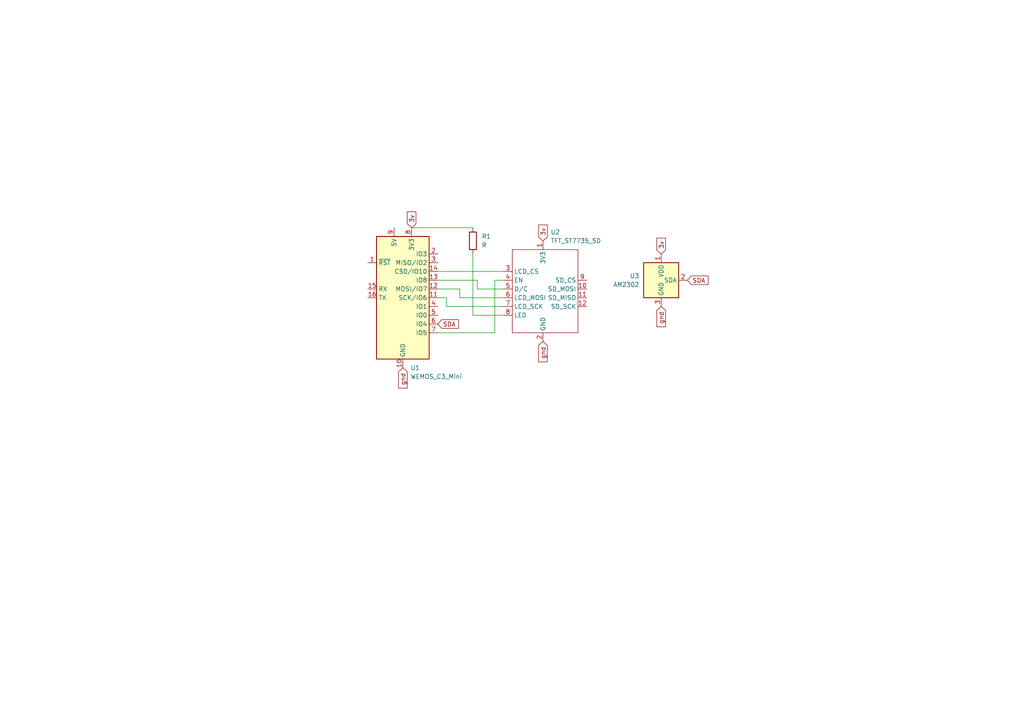
<source format=kicad_sch>
(kicad_sch
	(version 20241209)
	(generator "eeschema")
	(generator_version "9.0")
	(uuid "b0a64d6e-2ad8-43f9-be0b-50feaff4839b")
	(paper "A4")
	(lib_symbols
		(symbol "Device:R"
			(pin_numbers
				(hide yes)
			)
			(pin_names
				(offset 0)
			)
			(exclude_from_sim no)
			(in_bom yes)
			(on_board yes)
			(property "Reference" "R"
				(at 2.032 0 90)
				(effects
					(font
						(size 1.27 1.27)
					)
				)
			)
			(property "Value" "R"
				(at 0 0 90)
				(effects
					(font
						(size 1.27 1.27)
					)
				)
			)
			(property "Footprint" ""
				(at -1.778 0 90)
				(effects
					(font
						(size 1.27 1.27)
					)
					(hide yes)
				)
			)
			(property "Datasheet" "~"
				(at 0 0 0)
				(effects
					(font
						(size 1.27 1.27)
					)
					(hide yes)
				)
			)
			(property "Description" "Resistor"
				(at 0 0 0)
				(effects
					(font
						(size 1.27 1.27)
					)
					(hide yes)
				)
			)
			(property "ki_keywords" "R res resistor"
				(at 0 0 0)
				(effects
					(font
						(size 1.27 1.27)
					)
					(hide yes)
				)
			)
			(property "ki_fp_filters" "R_*"
				(at 0 0 0)
				(effects
					(font
						(size 1.27 1.27)
					)
					(hide yes)
				)
			)
			(symbol "R_0_1"
				(rectangle
					(start -1.016 -2.54)
					(end 1.016 2.54)
					(stroke
						(width 0.254)
						(type default)
					)
					(fill
						(type none)
					)
				)
			)
			(symbol "R_1_1"
				(pin passive line
					(at 0 3.81 270)
					(length 1.27)
					(name "~"
						(effects
							(font
								(size 1.27 1.27)
							)
						)
					)
					(number "1"
						(effects
							(font
								(size 1.27 1.27)
							)
						)
					)
				)
				(pin passive line
					(at 0 -3.81 90)
					(length 1.27)
					(name "~"
						(effects
							(font
								(size 1.27 1.27)
							)
						)
					)
					(number "2"
						(effects
							(font
								(size 1.27 1.27)
							)
						)
					)
				)
			)
			(embedded_fonts no)
		)
		(symbol "Sensor:AM2302"
			(exclude_from_sim no)
			(in_bom yes)
			(on_board yes)
			(property "Reference" "U"
				(at -3.81 6.35 0)
				(effects
					(font
						(size 1.27 1.27)
					)
				)
			)
			(property "Value" "AM2302"
				(at 3.81 6.35 0)
				(effects
					(font
						(size 1.27 1.27)
					)
				)
			)
			(property "Footprint" "Sensor:ASAIR_AM2302_P2.54mm_Vertical"
				(at 0 -10.16 0)
				(effects
					(font
						(size 1.27 1.27)
					)
					(hide yes)
				)
			)
			(property "Datasheet" "http://akizukidenshi.com/download/ds/aosong/AM2302.pdf"
				(at 3.81 6.35 0)
				(effects
					(font
						(size 1.27 1.27)
					)
					(hide yes)
				)
			)
			(property "Description" "3.3 to 5.0V, Temperature and humidity module,  DHT22, AM2302"
				(at 0 0 0)
				(effects
					(font
						(size 1.27 1.27)
					)
					(hide yes)
				)
			)
			(property "ki_keywords" "digital sensor"
				(at 0 0 0)
				(effects
					(font
						(size 1.27 1.27)
					)
					(hide yes)
				)
			)
			(property "ki_fp_filters" "ASAIR*AM2302*P2.54mm*"
				(at 0 0 0)
				(effects
					(font
						(size 1.27 1.27)
					)
					(hide yes)
				)
			)
			(symbol "AM2302_0_1"
				(rectangle
					(start -5.08 5.08)
					(end 5.08 -5.08)
					(stroke
						(width 0.254)
						(type default)
					)
					(fill
						(type background)
					)
				)
			)
			(symbol "AM2302_1_1"
				(pin power_in line
					(at 0 7.62 270)
					(length 2.54)
					(name "VDD"
						(effects
							(font
								(size 1.27 1.27)
							)
						)
					)
					(number "1"
						(effects
							(font
								(size 1.27 1.27)
							)
						)
					)
				)
				(pin power_in line
					(at 0 -7.62 90)
					(length 2.54)
					(name "GND"
						(effects
							(font
								(size 1.27 1.27)
							)
						)
					)
					(number "3"
						(effects
							(font
								(size 1.27 1.27)
							)
						)
					)
				)
				(pin passive line
					(at 0 -7.62 90)
					(length 2.54)
					(hide yes)
					(name "GND"
						(effects
							(font
								(size 1.27 1.27)
							)
						)
					)
					(number "4"
						(effects
							(font
								(size 1.27 1.27)
							)
						)
					)
				)
				(pin bidirectional line
					(at 7.62 0 180)
					(length 2.54)
					(name "SDA"
						(effects
							(font
								(size 1.27 1.27)
							)
						)
					)
					(number "2"
						(effects
							(font
								(size 1.27 1.27)
							)
						)
					)
				)
			)
			(embedded_fonts no)
		)
		(symbol "asylum-weather:TFT_ST7735_SD"
			(exclude_from_sim no)
			(in_bom yes)
			(on_board yes)
			(property "Reference" "U"
				(at 6.858 -15.748 0)
				(effects
					(font
						(size 1.27 1.27)
					)
				)
			)
			(property "Value" "TFT_ST7735_SD"
				(at 13.462 -18.288 0)
				(effects
					(font
						(size 1.27 1.27)
					)
				)
			)
			(property "Footprint" "asylum-weather:TFT_ST7735_SD"
				(at 0 0 0)
				(effects
					(font
						(size 1.27 1.27)
					)
					(hide yes)
				)
			)
			(property "Datasheet" ""
				(at 0 0 0)
				(effects
					(font
						(size 1.27 1.27)
					)
					(hide yes)
				)
			)
			(property "Description" ""
				(at 0 0 0)
				(effects
					(font
						(size 1.27 1.27)
					)
					(hide yes)
				)
			)
			(symbol "TFT_ST7735_SD_0_1"
				(rectangle
					(start -5.08 10.16)
					(end 13.97 -13.97)
					(stroke
						(width 0)
						(type default)
					)
					(fill
						(type none)
					)
				)
			)
			(symbol "TFT_ST7735_SD_1_1"
				(pin input line
					(at -7.62 3.81 0)
					(length 2.54)
					(name "LCD_CS"
						(effects
							(font
								(size 1.27 1.27)
							)
						)
					)
					(number "3"
						(effects
							(font
								(size 1.27 1.27)
							)
						)
					)
				)
				(pin input line
					(at -7.62 1.27 0)
					(length 2.54)
					(name "EN"
						(effects
							(font
								(size 1.27 1.27)
							)
						)
					)
					(number "4"
						(effects
							(font
								(size 1.27 1.27)
							)
						)
					)
				)
				(pin input line
					(at -7.62 -1.27 0)
					(length 2.54)
					(name "D/C"
						(effects
							(font
								(size 1.27 1.27)
							)
						)
					)
					(number "5"
						(effects
							(font
								(size 1.27 1.27)
							)
						)
					)
				)
				(pin input line
					(at -7.62 -3.81 0)
					(length 2.54)
					(name "LCD_MOSI"
						(effects
							(font
								(size 1.27 1.27)
							)
						)
					)
					(number "6"
						(effects
							(font
								(size 1.27 1.27)
							)
						)
					)
				)
				(pin input line
					(at -7.62 -6.35 0)
					(length 2.54)
					(name "LCD_SCK"
						(effects
							(font
								(size 1.27 1.27)
							)
						)
					)
					(number "7"
						(effects
							(font
								(size 1.27 1.27)
							)
						)
					)
				)
				(pin power_in line
					(at -7.62 -8.89 0)
					(length 2.54)
					(name "LED"
						(effects
							(font
								(size 1.27 1.27)
							)
						)
					)
					(number "8"
						(effects
							(font
								(size 1.27 1.27)
							)
						)
					)
				)
				(pin power_in line
					(at 3.81 12.7 270)
					(length 2.54)
					(name "3V3"
						(effects
							(font
								(size 1.27 1.27)
							)
						)
					)
					(number "1"
						(effects
							(font
								(size 1.27 1.27)
							)
						)
					)
				)
				(pin power_in line
					(at 3.81 -16.51 90)
					(length 2.54)
					(name "GND"
						(effects
							(font
								(size 1.27 1.27)
							)
						)
					)
					(number "2"
						(effects
							(font
								(size 1.27 1.27)
							)
						)
					)
				)
				(pin input line
					(at 16.51 1.27 180)
					(length 2.54)
					(name "SD_CS"
						(effects
							(font
								(size 1.27 1.27)
							)
						)
					)
					(number "9"
						(effects
							(font
								(size 1.27 1.27)
							)
						)
					)
				)
				(pin input line
					(at 16.51 -1.27 180)
					(length 2.54)
					(name "SD_MOSI"
						(effects
							(font
								(size 1.27 1.27)
							)
						)
					)
					(number "10"
						(effects
							(font
								(size 1.27 1.27)
							)
						)
					)
				)
				(pin output line
					(at 16.51 -3.81 180)
					(length 2.54)
					(name "SD_MISO"
						(effects
							(font
								(size 1.27 1.27)
							)
						)
					)
					(number "11"
						(effects
							(font
								(size 1.27 1.27)
							)
						)
					)
				)
				(pin input line
					(at 16.51 -6.35 180)
					(length 2.54)
					(name "SD_SCK"
						(effects
							(font
								(size 1.27 1.27)
							)
						)
					)
					(number "12"
						(effects
							(font
								(size 1.27 1.27)
							)
						)
					)
				)
			)
			(embedded_fonts no)
		)
		(symbol "wemos_c3_mini:WEMOS_C3_mini"
			(exclude_from_sim no)
			(in_bom yes)
			(on_board yes)
			(property "Reference" "U1"
				(at 2.1941 -20.32 0)
				(effects
					(font
						(size 1.27 1.27)
					)
					(justify left)
				)
			)
			(property "Value" "WEMOS_C3_Mini"
				(at 2.1941 -22.86 0)
				(effects
					(font
						(size 1.27 1.27)
					)
					(justify left)
				)
			)
			(property "Footprint" "Module:WEMOS_D1_mini_light"
				(at 0 -29.21 0)
				(effects
					(font
						(size 1.27 1.27)
					)
					(hide yes)
				)
			)
			(property "Datasheet" "https://wiki.wemos.cc/products:d1:d1_mini#documentation"
				(at -46.99 -29.21 0)
				(effects
					(font
						(size 1.27 1.27)
					)
					(hide yes)
				)
			)
			(property "Description" "32-bit microcontroller module with WiFi"
				(at 0 0 0)
				(effects
					(font
						(size 1.27 1.27)
					)
					(hide yes)
				)
			)
			(property "ki_keywords" "ESP8266 WiFi microcontroller ESP8266EX"
				(at 0 0 0)
				(effects
					(font
						(size 1.27 1.27)
					)
					(hide yes)
				)
			)
			(property "ki_fp_filters" "WEMOS*D1*mini*"
				(at 0 0 0)
				(effects
					(font
						(size 1.27 1.27)
					)
					(hide yes)
				)
			)
			(symbol "WEMOS_C3_mini_1_1"
				(rectangle
					(start -7.62 17.78)
					(end 7.62 -17.78)
					(stroke
						(width 0.254)
						(type default)
					)
					(fill
						(type background)
					)
				)
				(pin input line
					(at -10.16 10.16 0)
					(length 2.54)
					(name "~{RST}"
						(effects
							(font
								(size 1.27 1.27)
							)
						)
					)
					(number "1"
						(effects
							(font
								(size 1.27 1.27)
							)
						)
					)
				)
				(pin input line
					(at -10.16 2.54 0)
					(length 2.54)
					(name "RX"
						(effects
							(font
								(size 1.27 1.27)
							)
						)
					)
					(number "15"
						(effects
							(font
								(size 1.27 1.27)
							)
						)
					)
				)
				(pin output line
					(at -10.16 0 0)
					(length 2.54)
					(name "TX"
						(effects
							(font
								(size 1.27 1.27)
							)
						)
					)
					(number "16"
						(effects
							(font
								(size 1.27 1.27)
							)
						)
					)
				)
				(pin power_in line
					(at -2.54 20.32 270)
					(length 2.54)
					(name "5V"
						(effects
							(font
								(size 1.27 1.27)
							)
						)
					)
					(number "9"
						(effects
							(font
								(size 1.27 1.27)
							)
						)
					)
				)
				(pin power_in line
					(at 0 -20.32 90)
					(length 2.54)
					(name "GND"
						(effects
							(font
								(size 1.27 1.27)
							)
						)
					)
					(number "10"
						(effects
							(font
								(size 1.27 1.27)
							)
						)
					)
				)
				(pin power_out line
					(at 2.54 20.32 270)
					(length 2.54)
					(name "3V3"
						(effects
							(font
								(size 1.27 1.27)
							)
						)
					)
					(number "8"
						(effects
							(font
								(size 1.27 1.27)
							)
						)
					)
				)
				(pin input line
					(at 10.16 12.7 180)
					(length 2.54)
					(name "IO3"
						(effects
							(font
								(size 1.27 1.27)
							)
						)
					)
					(number "2"
						(effects
							(font
								(size 1.27 1.27)
							)
						)
					)
				)
				(pin bidirectional line
					(at 10.16 10.16 180)
					(length 2.54)
					(name "MISO/IO2"
						(effects
							(font
								(size 1.27 1.27)
							)
						)
					)
					(number "3"
						(effects
							(font
								(size 1.27 1.27)
							)
						)
					)
				)
				(pin bidirectional line
					(at 10.16 7.62 180)
					(length 2.54)
					(name "CS0/IO10"
						(effects
							(font
								(size 1.27 1.27)
							)
						)
					)
					(number "14"
						(effects
							(font
								(size 1.27 1.27)
							)
						)
					)
				)
				(pin bidirectional line
					(at 10.16 5.08 180)
					(length 2.54)
					(name "IO8"
						(effects
							(font
								(size 1.27 1.27)
							)
						)
					)
					(number "13"
						(effects
							(font
								(size 1.27 1.27)
							)
						)
					)
				)
				(pin bidirectional line
					(at 10.16 2.54 180)
					(length 2.54)
					(name "MOSI/IO7"
						(effects
							(font
								(size 1.27 1.27)
							)
						)
					)
					(number "12"
						(effects
							(font
								(size 1.27 1.27)
							)
						)
					)
				)
				(pin bidirectional line
					(at 10.16 0 180)
					(length 2.54)
					(name "SCK/IO6"
						(effects
							(font
								(size 1.27 1.27)
							)
						)
					)
					(number "11"
						(effects
							(font
								(size 1.27 1.27)
							)
						)
					)
				)
				(pin bidirectional line
					(at 10.16 -2.54 180)
					(length 2.54)
					(name "IO1"
						(effects
							(font
								(size 1.27 1.27)
							)
						)
					)
					(number "4"
						(effects
							(font
								(size 1.27 1.27)
							)
						)
					)
				)
				(pin bidirectional line
					(at 10.16 -5.08 180)
					(length 2.54)
					(name "IO0"
						(effects
							(font
								(size 1.27 1.27)
							)
						)
					)
					(number "5"
						(effects
							(font
								(size 1.27 1.27)
							)
						)
					)
				)
				(pin bidirectional line
					(at 10.16 -7.62 180)
					(length 2.54)
					(name "IO4"
						(effects
							(font
								(size 1.27 1.27)
							)
						)
					)
					(number "6"
						(effects
							(font
								(size 1.27 1.27)
							)
						)
					)
				)
				(pin bidirectional line
					(at 10.16 -10.16 180)
					(length 2.54)
					(name "IO5"
						(effects
							(font
								(size 1.27 1.27)
							)
						)
					)
					(number "7"
						(effects
							(font
								(size 1.27 1.27)
							)
						)
					)
				)
			)
			(embedded_fonts no)
		)
	)
	(wire
		(pts
			(xy 129.54 86.36) (xy 129.54 88.9)
		)
		(stroke
			(width 0)
			(type default)
		)
		(uuid "13ad8c79-32ab-4797-abd9-73295fd1797c")
	)
	(wire
		(pts
			(xy 143.51 96.52) (xy 143.51 81.28)
		)
		(stroke
			(width 0)
			(type default)
		)
		(uuid "1df0a688-ff08-41ba-a31e-97b3d0b48f45")
	)
	(wire
		(pts
			(xy 138.43 83.82) (xy 146.05 83.82)
		)
		(stroke
			(width 0)
			(type default)
		)
		(uuid "208078aa-0f4e-46be-9390-28b64bd690b7")
	)
	(wire
		(pts
			(xy 133.35 83.82) (xy 127 83.82)
		)
		(stroke
			(width 0)
			(type default)
		)
		(uuid "2cf5b339-4cf8-4afb-bc1a-e4842d39063b")
	)
	(wire
		(pts
			(xy 137.16 73.66) (xy 137.16 91.44)
		)
		(stroke
			(width 0)
			(type default)
		)
		(uuid "2d5ac8a8-d1e1-4c3d-b692-bd94f4a880a3")
	)
	(wire
		(pts
			(xy 146.05 86.36) (xy 133.35 86.36)
		)
		(stroke
			(width 0)
			(type default)
		)
		(uuid "3938729c-775c-4fca-aedc-47e75ed1c84b")
	)
	(wire
		(pts
			(xy 143.51 81.28) (xy 146.05 81.28)
		)
		(stroke
			(width 0)
			(type default)
		)
		(uuid "3cc26440-a76d-48d5-b17b-db0671624341")
	)
	(wire
		(pts
			(xy 127 96.52) (xy 143.51 96.52)
		)
		(stroke
			(width 0)
			(type default)
		)
		(uuid "403b2b32-c2f1-4356-8723-9d72879c9947")
	)
	(wire
		(pts
			(xy 119.38 66.04) (xy 137.16 66.04)
		)
		(stroke
			(width 0)
			(type default)
		)
		(uuid "45868179-3a87-4c43-a9a5-02b7dccf2610")
	)
	(wire
		(pts
			(xy 138.43 81.28) (xy 138.43 83.82)
		)
		(stroke
			(width 0)
			(type default)
		)
		(uuid "67af76e0-b4dc-4e1f-b99b-83da2b987eee")
	)
	(wire
		(pts
			(xy 129.54 88.9) (xy 146.05 88.9)
		)
		(stroke
			(width 0)
			(type default)
		)
		(uuid "70bf1b89-abfc-453e-8278-98b5ff676ff2")
	)
	(wire
		(pts
			(xy 133.35 86.36) (xy 133.35 83.82)
		)
		(stroke
			(width 0)
			(type default)
		)
		(uuid "8895d779-4a40-41da-aa16-2f33649bd8cb")
	)
	(wire
		(pts
			(xy 127 78.74) (xy 146.05 78.74)
		)
		(stroke
			(width 0)
			(type default)
		)
		(uuid "a0fa44aa-4bb0-48d8-b6bb-a54fdbba86b0")
	)
	(wire
		(pts
			(xy 127 81.28) (xy 138.43 81.28)
		)
		(stroke
			(width 0)
			(type default)
		)
		(uuid "a84b89e2-904c-465f-84b5-6ca599fe7e2e")
	)
	(wire
		(pts
			(xy 137.16 91.44) (xy 146.05 91.44)
		)
		(stroke
			(width 0)
			(type default)
		)
		(uuid "b2559557-5091-48c3-bb27-ab839c1628c1")
	)
	(wire
		(pts
			(xy 127 86.36) (xy 129.54 86.36)
		)
		(stroke
			(width 0)
			(type default)
		)
		(uuid "f25c3a67-e2cb-4d1b-9dee-70e8ea9ec6eb")
	)
	(global_label "SDA"
		(shape input)
		(at 127 93.98 0)
		(fields_autoplaced yes)
		(effects
			(font
				(size 1.27 1.27)
			)
			(justify left)
		)
		(uuid "03ac088d-7a91-4d26-a84c-08a3ea07df9d")
		(property "Intersheetrefs" "${INTERSHEET_REFS}"
			(at 133.5533 93.98 0)
			(effects
				(font
					(size 1.27 1.27)
				)
				(justify left)
				(hide yes)
			)
		)
	)
	(global_label "3v"
		(shape input)
		(at 119.38 66.04 90)
		(fields_autoplaced yes)
		(effects
			(font
				(size 1.27 1.27)
			)
			(justify left)
		)
		(uuid "20eabfa8-5b23-4635-ab04-c46ea24ec58d")
		(property "Intersheetrefs" "${INTERSHEET_REFS}"
			(at 119.38 60.8777 90)
			(effects
				(font
					(size 1.27 1.27)
				)
				(justify left)
				(hide yes)
			)
		)
	)
	(global_label "3v"
		(shape input)
		(at 157.48 69.85 90)
		(fields_autoplaced yes)
		(effects
			(font
				(size 1.27 1.27)
			)
			(justify left)
		)
		(uuid "2fa971b2-0b7d-4397-9c53-17222db2add1")
		(property "Intersheetrefs" "${INTERSHEET_REFS}"
			(at 157.48 64.6877 90)
			(effects
				(font
					(size 1.27 1.27)
				)
				(justify left)
				(hide yes)
			)
		)
	)
	(global_label "gnd"
		(shape input)
		(at 191.77 88.9 270)
		(fields_autoplaced yes)
		(effects
			(font
				(size 1.27 1.27)
			)
			(justify right)
		)
		(uuid "40742227-b89b-4edb-9212-76caa9e80857")
		(property "Intersheetrefs" "${INTERSHEET_REFS}"
			(at 191.77 95.3322 90)
			(effects
				(font
					(size 1.27 1.27)
				)
				(justify right)
				(hide yes)
			)
		)
	)
	(global_label "gnd"
		(shape input)
		(at 157.48 99.06 270)
		(fields_autoplaced yes)
		(effects
			(font
				(size 1.27 1.27)
			)
			(justify right)
		)
		(uuid "70aa2921-08a9-4b26-9647-b95824d05e77")
		(property "Intersheetrefs" "${INTERSHEET_REFS}"
			(at 157.48 105.4922 90)
			(effects
				(font
					(size 1.27 1.27)
				)
				(justify right)
				(hide yes)
			)
		)
	)
	(global_label "gnd"
		(shape input)
		(at 116.84 106.68 270)
		(fields_autoplaced yes)
		(effects
			(font
				(size 1.27 1.27)
			)
			(justify right)
		)
		(uuid "a77c0984-2337-461b-bb26-bd9b9e396e60")
		(property "Intersheetrefs" "${INTERSHEET_REFS}"
			(at 116.84 113.1122 90)
			(effects
				(font
					(size 1.27 1.27)
				)
				(justify right)
				(hide yes)
			)
		)
	)
	(global_label "SDA"
		(shape input)
		(at 199.39 81.28 0)
		(fields_autoplaced yes)
		(effects
			(font
				(size 1.27 1.27)
			)
			(justify left)
		)
		(uuid "c54ec38f-93bc-43b7-8cff-d3c7cabf08df")
		(property "Intersheetrefs" "${INTERSHEET_REFS}"
			(at 205.9433 81.28 0)
			(effects
				(font
					(size 1.27 1.27)
				)
				(justify left)
				(hide yes)
			)
		)
	)
	(global_label "3v"
		(shape input)
		(at 191.77 73.66 90)
		(fields_autoplaced yes)
		(effects
			(font
				(size 1.27 1.27)
			)
			(justify left)
		)
		(uuid "d0cd1b5d-e570-4cf4-9053-3e05189e43bf")
		(property "Intersheetrefs" "${INTERSHEET_REFS}"
			(at 191.77 68.4977 90)
			(effects
				(font
					(size 1.27 1.27)
				)
				(justify left)
				(hide yes)
			)
		)
	)
	(symbol
		(lib_id "Device:R")
		(at 137.16 69.85 0)
		(unit 1)
		(exclude_from_sim no)
		(in_bom yes)
		(on_board yes)
		(dnp no)
		(fields_autoplaced yes)
		(uuid "72951800-b5f0-4d2e-9882-6030682a2f1c")
		(property "Reference" "R1"
			(at 139.7 68.5799 0)
			(effects
				(font
					(size 1.27 1.27)
				)
				(justify left)
			)
		)
		(property "Value" "R"
			(at 139.7 71.1199 0)
			(effects
				(font
					(size 1.27 1.27)
				)
				(justify left)
			)
		)
		(property "Footprint" "Resistor_SMD:R_0603_1608Metric"
			(at 135.382 69.85 90)
			(effects
				(font
					(size 1.27 1.27)
				)
				(hide yes)
			)
		)
		(property "Datasheet" "~"
			(at 137.16 69.85 0)
			(effects
				(font
					(size 1.27 1.27)
				)
				(hide yes)
			)
		)
		(property "Description" "Resistor"
			(at 137.16 69.85 0)
			(effects
				(font
					(size 1.27 1.27)
				)
				(hide yes)
			)
		)
		(pin "2"
			(uuid "e9b7392f-034b-4199-824e-fb48630b54bd")
		)
		(pin "1"
			(uuid "fb00674b-7f12-4619-aff4-810985c9e532")
		)
		(instances
			(project ""
				(path "/b0a64d6e-2ad8-43f9-be0b-50feaff4839b"
					(reference "R1")
					(unit 1)
				)
			)
		)
	)
	(symbol
		(lib_id "Sensor:AM2302")
		(at 191.77 81.28 0)
		(unit 1)
		(exclude_from_sim no)
		(in_bom yes)
		(on_board yes)
		(dnp no)
		(fields_autoplaced yes)
		(uuid "db7885d6-fd50-44a0-a2aa-7863d4f7c490")
		(property "Reference" "U3"
			(at 185.42 80.0099 0)
			(effects
				(font
					(size 1.27 1.27)
				)
				(justify right)
			)
		)
		(property "Value" "AM2302"
			(at 185.42 82.5499 0)
			(effects
				(font
					(size 1.27 1.27)
				)
				(justify right)
			)
		)
		(property "Footprint" "asylum-weather:DHT11"
			(at 191.77 91.44 0)
			(effects
				(font
					(size 1.27 1.27)
				)
				(hide yes)
			)
		)
		(property "Datasheet" "http://akizukidenshi.com/download/ds/aosong/AM2302.pdf"
			(at 195.58 74.93 0)
			(effects
				(font
					(size 1.27 1.27)
				)
				(hide yes)
			)
		)
		(property "Description" "3.3 to 5.0V, Temperature and humidity module,  DHT22, AM2302"
			(at 191.77 81.28 0)
			(effects
				(font
					(size 1.27 1.27)
				)
				(hide yes)
			)
		)
		(pin "3"
			(uuid "01b09796-3493-4141-9c77-c65ad6a4456d")
		)
		(pin "2"
			(uuid "e48228c1-32ed-4505-bbec-7486f83fb503")
		)
		(pin "4"
			(uuid "917ff1fd-45e3-4bc9-84e2-835049dea0a6")
		)
		(pin "1"
			(uuid "56de78f9-f9d7-49fa-82f8-670934cc35b6")
		)
		(instances
			(project ""
				(path "/b0a64d6e-2ad8-43f9-be0b-50feaff4839b"
					(reference "U3")
					(unit 1)
				)
			)
		)
	)
	(symbol
		(lib_id "asylum-weather:TFT_ST7735_SD")
		(at 153.67 82.55 0)
		(unit 1)
		(exclude_from_sim no)
		(in_bom yes)
		(on_board yes)
		(dnp no)
		(fields_autoplaced yes)
		(uuid "e95a958e-3550-476f-be76-25b643e570ca")
		(property "Reference" "U2"
			(at 159.6741 67.31 0)
			(effects
				(font
					(size 1.27 1.27)
				)
				(justify left)
			)
		)
		(property "Value" "TFT_ST7735_SD"
			(at 159.6741 69.85 0)
			(effects
				(font
					(size 1.27 1.27)
				)
				(justify left)
			)
		)
		(property "Footprint" "asylum-weather:TFT_ST7735_SD"
			(at 153.67 82.55 0)
			(effects
				(font
					(size 1.27 1.27)
				)
				(hide yes)
			)
		)
		(property "Datasheet" ""
			(at 153.67 82.55 0)
			(effects
				(font
					(size 1.27 1.27)
				)
				(hide yes)
			)
		)
		(property "Description" ""
			(at 153.67 82.55 0)
			(effects
				(font
					(size 1.27 1.27)
				)
				(hide yes)
			)
		)
		(pin "7"
			(uuid "0e7e072a-d23a-4a53-b3d9-b67a41299145")
		)
		(pin "11"
			(uuid "903e3ef6-ccdd-4579-b2de-2fb14aa9abec")
		)
		(pin "3"
			(uuid "3d6245f7-b489-4557-bc4f-6c7f77ad623f")
		)
		(pin "4"
			(uuid "83231340-0a58-448b-8cdf-a57a770f4e74")
		)
		(pin "2"
			(uuid "ea444e74-24be-4be3-bae5-7988227bac23")
		)
		(pin "9"
			(uuid "f30e62b6-241e-487b-9428-1016d93ed10a")
		)
		(pin "10"
			(uuid "7b1dfe93-9c26-433f-b47e-0629952e3aa3")
		)
		(pin "5"
			(uuid "78911dcf-3132-4766-8bc9-bad7352fe075")
		)
		(pin "12"
			(uuid "38bf9991-a59f-4d32-a03b-d36f8bcc5983")
		)
		(pin "1"
			(uuid "0fc8122a-108c-4164-8283-87ab0c42f0a5")
		)
		(pin "6"
			(uuid "d00199fd-1dd2-4eed-9aae-4f3cc31667fa")
		)
		(pin "8"
			(uuid "c8638d79-f20b-4e22-af24-0b53a503082f")
		)
		(instances
			(project ""
				(path "/b0a64d6e-2ad8-43f9-be0b-50feaff4839b"
					(reference "U2")
					(unit 1)
				)
			)
		)
	)
	(symbol
		(lib_id "wemos_c3_mini:WEMOS_C3_mini")
		(at 116.84 86.36 0)
		(unit 1)
		(exclude_from_sim no)
		(in_bom yes)
		(on_board yes)
		(dnp no)
		(fields_autoplaced yes)
		(uuid "eb7b75ba-22fe-4b38-972d-3f1eca46aa3e")
		(property "Reference" "U1"
			(at 119.0341 106.68 0)
			(effects
				(font
					(size 1.27 1.27)
				)
				(justify left)
			)
		)
		(property "Value" "WEMOS_C3_Mini"
			(at 119.0341 109.22 0)
			(effects
				(font
					(size 1.27 1.27)
				)
				(justify left)
			)
		)
		(property "Footprint" "asylum-weather:WEMOS_C3_mini"
			(at 116.84 115.57 0)
			(effects
				(font
					(size 1.27 1.27)
				)
				(hide yes)
			)
		)
		(property "Datasheet" "https://wiki.wemos.cc/products:d1:d1_mini#documentation"
			(at 69.85 115.57 0)
			(effects
				(font
					(size 1.27 1.27)
				)
				(hide yes)
			)
		)
		(property "Description" "32-bit microcontroller module with WiFi"
			(at 116.84 86.36 0)
			(effects
				(font
					(size 1.27 1.27)
				)
				(hide yes)
			)
		)
		(pin "6"
			(uuid "689497c7-d767-46fa-b9d5-75c4a2a3cf1f")
		)
		(pin "8"
			(uuid "b193ea7a-093d-4266-8387-07534ecc7f2c")
		)
		(pin "7"
			(uuid "ce9a9e0e-797a-4c37-bcff-63c65d6dbe80")
		)
		(pin "9"
			(uuid "2444c3a7-00f3-44fb-8735-b0bc194ca9f3")
		)
		(pin "4"
			(uuid "f9885927-3f18-4d69-a960-8fb6ecff3475")
		)
		(pin "2"
			(uuid "209a3d4f-f254-4332-8696-5d814817cfc6")
		)
		(pin "14"
			(uuid "c2036b48-21a2-41eb-a8ba-2ecbb74222d1")
		)
		(pin "13"
			(uuid "6ca97200-9004-4422-b320-0c1d59bf8e1b")
		)
		(pin "5"
			(uuid "f6341d23-8c2b-46eb-b3ac-fbf8860b459d")
		)
		(pin "11"
			(uuid "2b393cba-0588-49f9-ac67-56de83e86b51")
		)
		(pin "1"
			(uuid "71da12cd-1696-4a98-83e9-e09f4469aa72")
		)
		(pin "15"
			(uuid "d687b749-d7a4-4bca-b4c0-c06e83940231")
		)
		(pin "16"
			(uuid "9483263f-4600-4e13-8c79-58ff0de725dc")
		)
		(pin "3"
			(uuid "19237611-9f3f-4105-880e-68d0237fb1b8")
		)
		(pin "12"
			(uuid "3013903b-1c1f-4a7d-ae44-4a6c45bed2ca")
		)
		(pin "10"
			(uuid "764d1de2-010b-468b-b1f2-b2b6df0d0e7e")
		)
		(instances
			(project ""
				(path "/b0a64d6e-2ad8-43f9-be0b-50feaff4839b"
					(reference "U1")
					(unit 1)
				)
			)
		)
	)
	(sheet_instances
		(path "/"
			(page "1")
		)
	)
	(embedded_fonts no)
)

</source>
